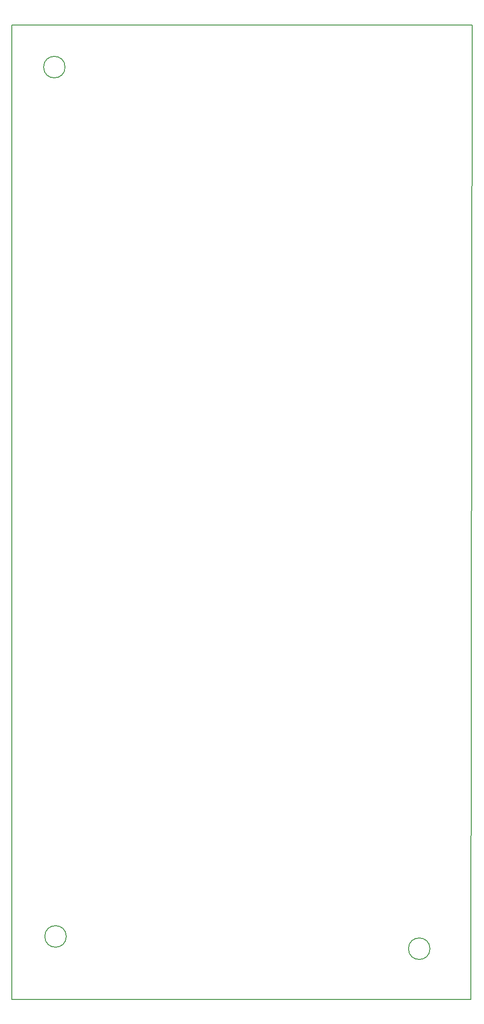
<source format=gm1>
G04 #@! TF.GenerationSoftware,KiCad,Pcbnew,(5.1.6)-1*
G04 #@! TF.CreationDate,2020-06-08T17:18:56+12:00*
G04 #@! TF.ProjectId,discipad-pcb,64697363-6970-4616-942d-7063622e6b69,rev?*
G04 #@! TF.SameCoordinates,Original*
G04 #@! TF.FileFunction,Profile,NP*
%FSLAX46Y46*%
G04 Gerber Fmt 4.6, Leading zero omitted, Abs format (unit mm)*
G04 Created by KiCad (PCBNEW (5.1.6)-1) date 2020-06-08 17:18:56*
%MOMM*%
%LPD*%
G01*
G04 APERTURE LIST*
G04 #@! TA.AperFunction,Profile*
%ADD10C,0.150000*%
G04 #@! TD*
G04 APERTURE END LIST*
D10*
X9958493Y-7926493D02*
G75*
G03*
X9958493Y-7926493I-2000000J0D01*
G01*
X10180493Y-169724493D02*
G75*
G03*
X10180493Y-169724493I-2000000J0D01*
G01*
X77998493Y-172010493D02*
G75*
G03*
X77998493Y-172010493I-2000000J0D01*
G01*
X52493Y-181408493D02*
X814493Y-181408493D01*
X52493Y-52493D02*
X52493Y-181408493D01*
X85650493Y-181408493D02*
X814493Y-181408493D01*
X85904493Y-52493D02*
X85650493Y-181408493D01*
X52493Y-52493D02*
X85904493Y-52493D01*
M02*

</source>
